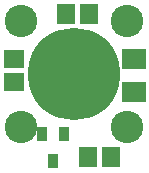
<source format=gbr>
G04 DipTrace 2.4.0.1*
%INTopMask.gbr*%
%MOIN*%
%ADD29C,0.108*%
%ADD31C,0.308*%
%ADD33R,0.0671X0.0592*%
%ADD35R,0.0592X0.0671*%
%ADD37R,0.0336X0.0493*%
%ADD39R,0.0789X0.071*%
%FSLAX44Y44*%
G04*
G70*
G90*
G75*
G01*
%LNTopMask*%
%LPD*%
D39*
X8815Y7815D3*
Y6713D3*
D37*
X6503Y5315D3*
X5754D3*
X6128Y4409D3*
D35*
X6565Y9315D3*
X7313D3*
D33*
X4815Y7061D3*
Y7809D3*
D35*
X7311Y4565D3*
X8059D3*
D31*
X6815Y7315D3*
D29*
X8583Y5547D3*
X5047D3*
Y9083D3*
X8583D3*
M02*

</source>
